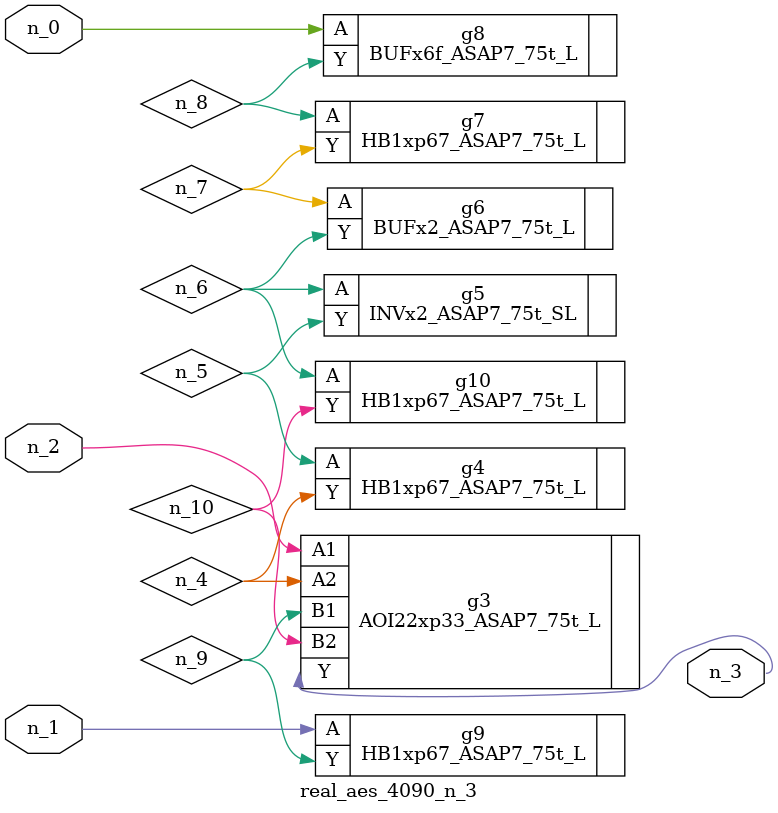
<source format=v>
module real_aes_4090_n_3 (n_0, n_2, n_1, n_3);
input n_0;
input n_2;
input n_1;
output n_3;
wire n_4;
wire n_5;
wire n_7;
wire n_9;
wire n_6;
wire n_8;
wire n_10;
BUFx6f_ASAP7_75t_L g8 ( .A(n_0), .Y(n_8) );
HB1xp67_ASAP7_75t_L g9 ( .A(n_1), .Y(n_9) );
AOI22xp33_ASAP7_75t_L g3 ( .A1(n_2), .A2(n_4), .B1(n_9), .B2(n_10), .Y(n_3) );
HB1xp67_ASAP7_75t_L g4 ( .A(n_5), .Y(n_4) );
INVx2_ASAP7_75t_SL g5 ( .A(n_6), .Y(n_5) );
HB1xp67_ASAP7_75t_L g10 ( .A(n_6), .Y(n_10) );
BUFx2_ASAP7_75t_L g6 ( .A(n_7), .Y(n_6) );
HB1xp67_ASAP7_75t_L g7 ( .A(n_8), .Y(n_7) );
endmodule
</source>
